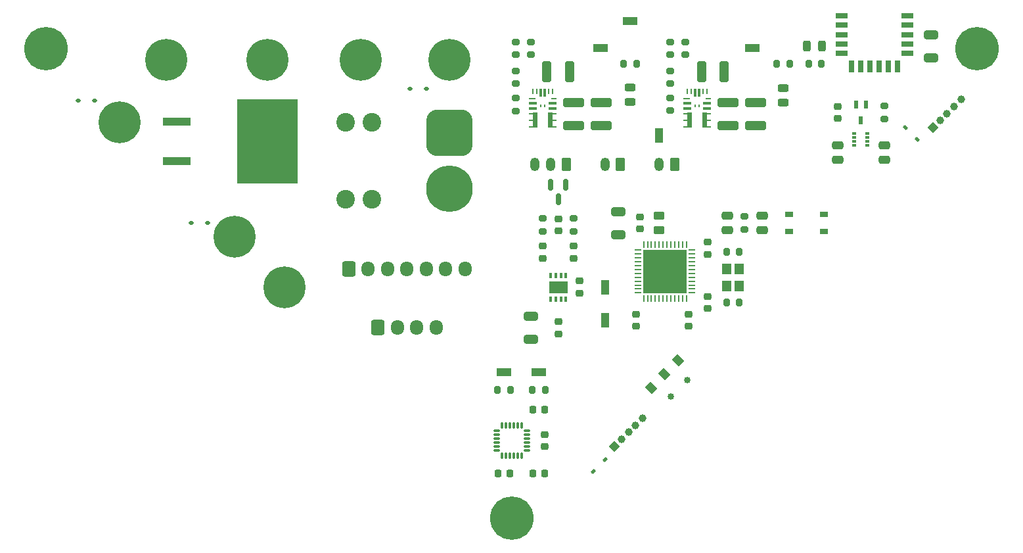
<source format=gts>
G04 #@! TF.GenerationSoftware,KiCad,Pcbnew,7.0.10-7.0.10~ubuntu22.04.1*
G04 #@! TF.CreationDate,2024-02-06T20:51:40-05:00*
G04 #@! TF.ProjectId,PCB,5043422e-6b69-4636-9164-5f7063625858,rev?*
G04 #@! TF.SameCoordinates,Original*
G04 #@! TF.FileFunction,Soldermask,Top*
G04 #@! TF.FilePolarity,Negative*
%FSLAX46Y46*%
G04 Gerber Fmt 4.6, Leading zero omitted, Abs format (unit mm)*
G04 Created by KiCad (PCBNEW 7.0.10-7.0.10~ubuntu22.04.1) date 2024-02-06 20:51:40*
%MOMM*%
%LPD*%
G01*
G04 APERTURE LIST*
G04 Aperture macros list*
%AMRoundRect*
0 Rectangle with rounded corners*
0 $1 Rounding radius*
0 $2 $3 $4 $5 $6 $7 $8 $9 X,Y pos of 4 corners*
0 Add a 4 corners polygon primitive as box body*
4,1,4,$2,$3,$4,$5,$6,$7,$8,$9,$2,$3,0*
0 Add four circle primitives for the rounded corners*
1,1,$1+$1,$2,$3*
1,1,$1+$1,$4,$5*
1,1,$1+$1,$6,$7*
1,1,$1+$1,$8,$9*
0 Add four rect primitives between the rounded corners*
20,1,$1+$1,$2,$3,$4,$5,0*
20,1,$1+$1,$4,$5,$6,$7,0*
20,1,$1+$1,$6,$7,$8,$9,0*
20,1,$1+$1,$8,$9,$2,$3,0*%
%AMHorizOval*
0 Thick line with rounded ends*
0 $1 width*
0 $2 $3 position (X,Y) of the first rounded end (center of the circle)*
0 $4 $5 position (X,Y) of the second rounded end (center of the circle)*
0 Add line between two ends*
20,1,$1,$2,$3,$4,$5,0*
0 Add two circle primitives to create the rounded ends*
1,1,$1,$2,$3*
1,1,$1,$4,$5*%
%AMRotRect*
0 Rectangle, with rotation*
0 The origin of the aperture is its center*
0 $1 length*
0 $2 width*
0 $3 Rotation angle, in degrees counterclockwise*
0 Add horizontal line*
21,1,$1,$2,0,0,$3*%
G04 Aperture macros list end*
%ADD10RoundRect,0.200000X-0.275000X0.200000X-0.275000X-0.200000X0.275000X-0.200000X0.275000X0.200000X0*%
%ADD11RoundRect,0.243750X0.243750X0.456250X-0.243750X0.456250X-0.243750X-0.456250X0.243750X-0.456250X0*%
%ADD12RoundRect,0.250000X0.475000X-0.250000X0.475000X0.250000X-0.475000X0.250000X-0.475000X-0.250000X0*%
%ADD13RoundRect,0.225000X-0.225000X-0.250000X0.225000X-0.250000X0.225000X0.250000X-0.225000X0.250000X0*%
%ADD14RoundRect,0.250000X0.450000X-0.262500X0.450000X0.262500X-0.450000X0.262500X-0.450000X-0.262500X0*%
%ADD15RoundRect,0.250000X1.100000X-0.325000X1.100000X0.325000X-1.100000X0.325000X-1.100000X-0.325000X0*%
%ADD16RoundRect,0.243750X-0.456250X0.243750X-0.456250X-0.243750X0.456250X-0.243750X0.456250X0.243750X0*%
%ADD17R,0.812800X0.254000*%
%ADD18R,1.092200X0.304800*%
%ADD19R,0.508000X0.254000*%
%ADD20R,0.711200X0.254000*%
%ADD21R,0.254000X0.711200*%
%ADD22R,0.304800X1.092200*%
%ADD23R,0.254000X0.406400*%
%ADD24C,5.400000*%
%ADD25R,1.950000X1.100000*%
%ADD26C,0.850000*%
%ADD27RotRect,1.000000X1.200000X45.000000*%
%ADD28C,5.600000*%
%ADD29R,0.350000X0.650000*%
%ADD30R,2.400000X1.550000*%
%ADD31RotRect,1.000000X1.000000X135.000000*%
%ADD32HorizOval,1.000000X0.000000X0.000000X0.000000X0.000000X0*%
%ADD33C,2.400000*%
%ADD34RoundRect,0.200000X0.200000X0.275000X-0.200000X0.275000X-0.200000X-0.275000X0.200000X-0.275000X0*%
%ADD35RoundRect,0.225000X-0.250000X0.225000X-0.250000X-0.225000X0.250000X-0.225000X0.250000X0.225000X0*%
%ADD36RoundRect,0.250000X-0.325000X-1.100000X0.325000X-1.100000X0.325000X1.100000X-0.325000X1.100000X0*%
%ADD37RoundRect,0.112500X-0.212132X0.053033X0.053033X-0.212132X0.212132X-0.053033X-0.053033X0.212132X0*%
%ADD38RoundRect,0.200000X0.275000X-0.200000X0.275000X0.200000X-0.275000X0.200000X-0.275000X-0.200000X0*%
%ADD39RoundRect,0.225000X0.250000X-0.225000X0.250000X0.225000X-0.250000X0.225000X-0.250000X-0.225000X0*%
%ADD40R,1.100000X1.950000*%
%ADD41R,0.500000X1.000000*%
%ADD42RoundRect,0.250000X-0.475000X0.250000X-0.475000X-0.250000X0.475000X-0.250000X0.475000X0.250000X0*%
%ADD43RoundRect,0.112500X-0.187500X-0.112500X0.187500X-0.112500X0.187500X0.112500X-0.187500X0.112500X0*%
%ADD44RoundRect,0.075000X-0.350000X-0.075000X0.350000X-0.075000X0.350000X0.075000X-0.350000X0.075000X0*%
%ADD45RoundRect,0.075000X0.075000X-0.350000X0.075000X0.350000X-0.075000X0.350000X-0.075000X-0.350000X0*%
%ADD46RoundRect,0.250000X-0.650000X0.325000X-0.650000X-0.325000X0.650000X-0.325000X0.650000X0.325000X0*%
%ADD47R,3.620000X1.140000*%
%ADD48R,7.860000X10.860000*%
%ADD49RoundRect,1.500000X-1.500000X1.500000X-1.500000X-1.500000X1.500000X-1.500000X1.500000X1.500000X0*%
%ADD50C,6.000000*%
%ADD51R,1.498600X0.711200*%
%ADD52R,0.711200X1.498600*%
%ADD53RoundRect,0.112500X-0.053033X-0.212132X0.212132X0.053033X0.053033X0.212132X-0.212132X-0.053033X0*%
%ADD54R,1.200000X1.400000*%
%ADD55RoundRect,0.250000X-0.600000X-0.725000X0.600000X-0.725000X0.600000X0.725000X-0.600000X0.725000X0*%
%ADD56O,1.700000X1.950000*%
%ADD57RoundRect,0.062500X0.375000X0.062500X-0.375000X0.062500X-0.375000X-0.062500X0.375000X-0.062500X0*%
%ADD58RoundRect,0.062500X0.062500X0.375000X-0.062500X0.375000X-0.062500X-0.375000X0.062500X-0.375000X0*%
%ADD59R,5.600000X5.600000*%
%ADD60R,0.475000X0.300000*%
%ADD61RoundRect,0.200000X-0.200000X-0.275000X0.200000X-0.275000X0.200000X0.275000X-0.200000X0.275000X0*%
%ADD62RoundRect,0.250000X0.650000X-0.325000X0.650000X0.325000X-0.650000X0.325000X-0.650000X-0.325000X0*%
%ADD63R,1.000000X0.700000*%
%ADD64RoundRect,0.150000X-0.150000X0.587500X-0.150000X-0.587500X0.150000X-0.587500X0.150000X0.587500X0*%
%ADD65RoundRect,0.250000X0.350000X0.625000X-0.350000X0.625000X-0.350000X-0.625000X0.350000X-0.625000X0*%
%ADD66O,1.200000X1.750000*%
G04 APERTURE END LIST*
G36*
X102792000Y-36727000D02*
G01*
X102208000Y-36727000D01*
X102208000Y-34773000D01*
X102792000Y-34773000D01*
X102792000Y-36727000D01*
G37*
G36*
X104792000Y-36727000D02*
G01*
X104208000Y-36727000D01*
X104208000Y-34773000D01*
X104792000Y-34773000D01*
X104792000Y-36727000D01*
G37*
G36*
X122692000Y-36727000D02*
G01*
X122108000Y-36727000D01*
X122108000Y-34773000D01*
X122692000Y-34773000D01*
X122692000Y-36727000D01*
G37*
G36*
X124692000Y-36727000D02*
G01*
X124108000Y-36727000D01*
X124108000Y-34773000D01*
X124692000Y-34773000D01*
X124692000Y-36727000D01*
G37*
D10*
X100000000Y-29425000D03*
X100000000Y-31075000D03*
D11*
X139437500Y-26250000D03*
X137562500Y-26250000D03*
D12*
X127250000Y-49950000D03*
X127250000Y-48050000D03*
D13*
X102225000Y-81250000D03*
X103775000Y-81250000D03*
D14*
X118500000Y-49912500D03*
X118500000Y-48087500D03*
D15*
X111000000Y-36475000D03*
X111000000Y-33525000D03*
D16*
X134500000Y-31625000D03*
X134500000Y-33500000D03*
D17*
X102106000Y-32950000D03*
D18*
X102246000Y-33599999D03*
X102246000Y-34250000D03*
D19*
X101954000Y-34900000D03*
X101954000Y-35750001D03*
X101954000Y-36600000D03*
X105046000Y-36600000D03*
X105046000Y-35750001D03*
X105046000Y-34900000D03*
D18*
X104754000Y-34250000D03*
X104754000Y-33599999D03*
D20*
X104944000Y-32950000D03*
D21*
X104750000Y-32056000D03*
X104250001Y-32056000D03*
D22*
X103750000Y-32246000D03*
X103250000Y-32246000D03*
D21*
X102749999Y-32056000D03*
X102250000Y-32056000D03*
D23*
X103250000Y-33925000D03*
X103750000Y-33925000D03*
D10*
X147500000Y-33925000D03*
X147500000Y-35575000D03*
D24*
X49000000Y-36000000D03*
X91500000Y-28000000D03*
D25*
X130540000Y-26500000D03*
D26*
X119974695Y-71346016D03*
X122096016Y-69224695D03*
D27*
X117429111Y-70214645D03*
X119196878Y-68446878D03*
X120964645Y-66679111D03*
D15*
X127400000Y-36475000D03*
X127400000Y-33525000D03*
D28*
X159500000Y-26542136D03*
D29*
X104525000Y-58850000D03*
X105175000Y-58850000D03*
X105825000Y-58850000D03*
X106475000Y-58850000D03*
X106475000Y-55750000D03*
X105825000Y-55750000D03*
X105175000Y-55750000D03*
X104525000Y-55750000D03*
D30*
X105500000Y-57300000D03*
D31*
X153805923Y-36694077D03*
D32*
X154703949Y-35796051D03*
X155601974Y-34898026D03*
X156500000Y-34000000D03*
X157398025Y-33101975D03*
D33*
X81500000Y-45920000D03*
X78100000Y-45920000D03*
X81500000Y-36000000D03*
X78100000Y-36000000D03*
D10*
X119900000Y-29425000D03*
X119900000Y-31075000D03*
D34*
X139400000Y-28500000D03*
X137750000Y-28500000D03*
D35*
X105500000Y-48475000D03*
X105500000Y-50025000D03*
X107500000Y-51975000D03*
X107500000Y-53525000D03*
D10*
X102000000Y-25675000D03*
X102000000Y-27325000D03*
D36*
X104025000Y-29500000D03*
X106975000Y-29500000D03*
D34*
X115575000Y-28500000D03*
X113925000Y-28500000D03*
D24*
X70250000Y-57250000D03*
D34*
X135325000Y-28500000D03*
X133675000Y-28500000D03*
D37*
X150250000Y-36750000D03*
X151734924Y-38234924D03*
D38*
X119900000Y-27325000D03*
X119900000Y-25675000D03*
D13*
X97725000Y-81250000D03*
X99275000Y-81250000D03*
D39*
X141500000Y-35525000D03*
X141500000Y-33975000D03*
D40*
X118500000Y-37750000D03*
D10*
X103500000Y-48425000D03*
X103500000Y-50075000D03*
D41*
X145150000Y-33750000D03*
X143850000Y-33750000D03*
X144500000Y-35750000D03*
D42*
X131750000Y-48050000D03*
X131750000Y-49950000D03*
D28*
X99500000Y-87000000D03*
D17*
X122006000Y-32950000D03*
D18*
X122146000Y-33599999D03*
X122146000Y-34250000D03*
D19*
X121854000Y-34900000D03*
X121854000Y-35750001D03*
X121854000Y-36600000D03*
X124946000Y-36600000D03*
X124946000Y-35750001D03*
X124946000Y-34900000D03*
D18*
X124654000Y-34250000D03*
X124654000Y-33599999D03*
D20*
X124844000Y-32950000D03*
D21*
X124650000Y-32056000D03*
X124150001Y-32056000D03*
D22*
X123650000Y-32246000D03*
X123150000Y-32246000D03*
D21*
X122649999Y-32056000D03*
X122150000Y-32056000D03*
D23*
X123150000Y-33925000D03*
X123650000Y-33925000D03*
D25*
X103000000Y-68250000D03*
D43*
X86400000Y-31750000D03*
X88500000Y-31750000D03*
D10*
X100000000Y-32925000D03*
X100000000Y-34575000D03*
D44*
X97550000Y-75750000D03*
X97550000Y-76250000D03*
X97550000Y-76750000D03*
X97550000Y-77250000D03*
X97550000Y-77750000D03*
X97550000Y-78250000D03*
D45*
X98250000Y-78950000D03*
X98750000Y-78950000D03*
X99250000Y-78950000D03*
X99750000Y-78950000D03*
X100250000Y-78950000D03*
X100750000Y-78950000D03*
D44*
X101450000Y-78250000D03*
X101450000Y-77750000D03*
X101450000Y-77250000D03*
X101450000Y-76750000D03*
X101450000Y-76250000D03*
X101450000Y-75750000D03*
D45*
X100750000Y-75050000D03*
X100250000Y-75050000D03*
X99750000Y-75050000D03*
X99250000Y-75050000D03*
X98750000Y-75050000D03*
X98250000Y-75050000D03*
D46*
X153500000Y-24775000D03*
X153500000Y-27725000D03*
D39*
X105500000Y-63275000D03*
X105500000Y-61725000D03*
D47*
X56360000Y-35960000D03*
D48*
X68000000Y-38500000D03*
D47*
X56360000Y-41040000D03*
D38*
X100000000Y-27325000D03*
X100000000Y-25675000D03*
D40*
X111500000Y-61500000D03*
X111500000Y-57250000D03*
D24*
X68000000Y-28000000D03*
D49*
X91500000Y-37420000D03*
D50*
X91500000Y-44620000D03*
D39*
X108250000Y-58025000D03*
X108250000Y-56475000D03*
D35*
X103500000Y-51975000D03*
X103500000Y-53525000D03*
D51*
X141999310Y-22349999D03*
X141999310Y-23548879D03*
X141999310Y-24747759D03*
X141999310Y-25946639D03*
X141999310Y-27145519D03*
D52*
X143252800Y-28800370D03*
X144451680Y-28800370D03*
X145650560Y-28800370D03*
X146849440Y-28800370D03*
X148048320Y-28800370D03*
X149247200Y-28800370D03*
D51*
X150500690Y-27145519D03*
X150500690Y-25946639D03*
X150500690Y-24747759D03*
X150500690Y-23548879D03*
X150500690Y-22349999D03*
D24*
X63750000Y-50750000D03*
D53*
X110015076Y-80984924D03*
X111500000Y-79500000D03*
D13*
X102200000Y-73000000D03*
X103750000Y-73000000D03*
D54*
X128800000Y-57100000D03*
X128800000Y-54900000D03*
X127200000Y-54900000D03*
X127200000Y-57100000D03*
D10*
X121900000Y-25675000D03*
X121900000Y-27325000D03*
D34*
X128825000Y-59250000D03*
X127175000Y-59250000D03*
D55*
X78500000Y-54920000D03*
D56*
X81000000Y-54920000D03*
X83500000Y-54920000D03*
X86000000Y-54920000D03*
X88500000Y-54920000D03*
X91000000Y-54920000D03*
X93500000Y-54920000D03*
D31*
X112750000Y-77750000D03*
D32*
X113648026Y-76851974D03*
X114546051Y-75953949D03*
X115444077Y-75055923D03*
X116342102Y-74157898D03*
D39*
X124750000Y-53025000D03*
X124750000Y-51475000D03*
D57*
X122687500Y-58000000D03*
X122687500Y-57500000D03*
X122687500Y-57000000D03*
X122687500Y-56500000D03*
X122687500Y-56000000D03*
X122687500Y-55500000D03*
X122687500Y-55000000D03*
X122687500Y-54500000D03*
X122687500Y-54000000D03*
X122687500Y-53500000D03*
X122687500Y-53000000D03*
X122687500Y-52500000D03*
D58*
X122000000Y-51812500D03*
X121500000Y-51812500D03*
X121000000Y-51812500D03*
X120500000Y-51812500D03*
X120000000Y-51812500D03*
X119500000Y-51812500D03*
X119000000Y-51812500D03*
X118500000Y-51812500D03*
X118000000Y-51812500D03*
X117500000Y-51812500D03*
X117000000Y-51812500D03*
X116500000Y-51812500D03*
D57*
X115812500Y-52500000D03*
X115812500Y-53000000D03*
X115812500Y-53500000D03*
X115812500Y-54000000D03*
X115812500Y-54500000D03*
X115812500Y-55000000D03*
X115812500Y-55500000D03*
X115812500Y-56000000D03*
X115812500Y-56500000D03*
X115812500Y-57000000D03*
X115812500Y-57500000D03*
X115812500Y-58000000D03*
D58*
X116500000Y-58687500D03*
X117000000Y-58687500D03*
X117500000Y-58687500D03*
X118000000Y-58687500D03*
X118500000Y-58687500D03*
X119000000Y-58687500D03*
X119500000Y-58687500D03*
X120000000Y-58687500D03*
X120500000Y-58687500D03*
X121000000Y-58687500D03*
X121500000Y-58687500D03*
X122000000Y-58687500D03*
D59*
X119250000Y-55250000D03*
D34*
X99325000Y-70500000D03*
X97675000Y-70500000D03*
D38*
X129500000Y-49825000D03*
X129500000Y-48175000D03*
D16*
X114750000Y-31562500D03*
X114750000Y-33437500D03*
D25*
X98500000Y-68250000D03*
D15*
X107500000Y-36475000D03*
X107500000Y-33525000D03*
D60*
X143662000Y-37500000D03*
X143662000Y-38000000D03*
X143662000Y-38500000D03*
X143662000Y-39000000D03*
X145338000Y-39000000D03*
X145338000Y-38500000D03*
X145338000Y-38000000D03*
X145338000Y-37500000D03*
D36*
X123950000Y-29500000D03*
X126900000Y-29500000D03*
D38*
X107500000Y-50075000D03*
X107500000Y-48425000D03*
D61*
X127175000Y-52750000D03*
X128825000Y-52750000D03*
D46*
X102000000Y-61025000D03*
X102000000Y-63975000D03*
D61*
X102175000Y-70500000D03*
X103825000Y-70500000D03*
D24*
X55000000Y-28000000D03*
D35*
X115500000Y-60725000D03*
X115500000Y-62275000D03*
D39*
X116000000Y-49775000D03*
X116000000Y-48225000D03*
D43*
X58200000Y-49000000D03*
X60300000Y-49000000D03*
D25*
X114750000Y-23000000D03*
D43*
X43650000Y-33250000D03*
X45750000Y-33250000D03*
D42*
X141500000Y-39000000D03*
X141500000Y-40900000D03*
D15*
X130900000Y-36475000D03*
X130900000Y-33525000D03*
D62*
X113250000Y-50475000D03*
X113250000Y-47525000D03*
D10*
X119900000Y-32900000D03*
X119900000Y-34550000D03*
D63*
X135250000Y-47925000D03*
X139750000Y-47925000D03*
X135250000Y-50075000D03*
X139750000Y-50075000D03*
D25*
X110960000Y-26500000D03*
D39*
X103750000Y-77775000D03*
X103750000Y-76225000D03*
D35*
X124750000Y-58475000D03*
X124750000Y-60025000D03*
D64*
X106450000Y-44062500D03*
X104550000Y-44062500D03*
X105500000Y-45937500D03*
D28*
X39500000Y-26542136D03*
D42*
X147500000Y-39000000D03*
X147500000Y-40900000D03*
D35*
X122250000Y-60725000D03*
X122250000Y-62275000D03*
D24*
X80000000Y-28000000D03*
D55*
X82250000Y-62420000D03*
D56*
X84750000Y-62420000D03*
X87250000Y-62420000D03*
X89750000Y-62420000D03*
D65*
X120500000Y-41500000D03*
D66*
X118500000Y-41500000D03*
D65*
X113500000Y-41500000D03*
D66*
X111500000Y-41500000D03*
D65*
X106500000Y-41500000D03*
D66*
X104500000Y-41500000D03*
X102500000Y-41500000D03*
M02*

</source>
